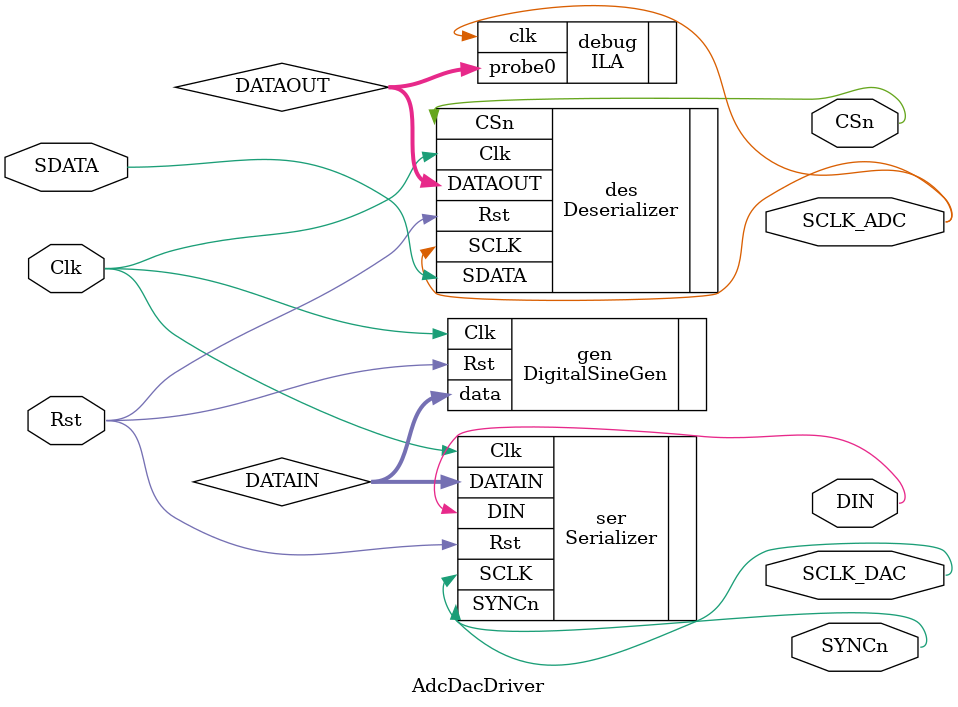
<source format=sv>
`timescale 1ns / 1ps


module AdcDacDriver #(
    parameter NUM_OF_BITS = 4'd12)
    (
    input logic Clk,
    input logic Rst,
    
    output logic SCLK_DAC,
    output logic SYNCn,
    output logic DIN,
    
    input logic SDATA,
    output logic SCLK_ADC,
    output logic CSn
    
//    output logic [NUM_OF_BITS-1 : 0]   DATAOUT
    );
    
    logic [NUM_OF_BITS-1 : 0]   DATAIN;
    logic [NUM_OF_BITS-1 : 0]   DATAOUT;
    
    DigitalSineGen gen(.Clk(Clk), .Rst(Rst), .data(DATAIN));
    Serializer ser(.Clk(Clk), .Rst(Rst), .DATAIN(DATAIN), .SCLK(SCLK_DAC), .SYNCn(SYNCn), .DIN(DIN));
    Deserializer des(.Clk(Clk), .Rst(Rst), .SDATA(SDATA), .SCLK(SCLK_ADC), .CSn(CSn), .DATAOUT(DATAOUT));
    ILA debug(.clk(SCLK_ADC), .probe0(DATAOUT));
    
endmodule
</source>
